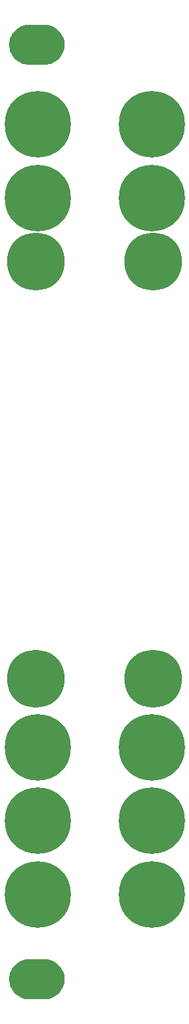
<source format=gbr>
G04 #@! TF.GenerationSoftware,KiCad,Pcbnew,(5.1.5)-2*
G04 #@! TF.CreationDate,2020-03-02T00:08:59+01:00*
G04 #@! TF.ProjectId,Skis - panel,536b6973-202d-4207-9061-6e656c2e6b69,rev?*
G04 #@! TF.SameCoordinates,Original*
G04 #@! TF.FileFunction,Copper,L2,Bot*
G04 #@! TF.FilePolarity,Positive*
%FSLAX46Y46*%
G04 Gerber Fmt 4.6, Leading zero omitted, Abs format (unit mm)*
G04 Created by KiCad (PCBNEW (5.1.5)-2) date 2020-03-02 00:08:59*
%MOMM*%
%LPD*%
G04 APERTURE LIST*
%ADD10C,0.100000*%
%ADD11C,8.600000*%
%ADD12C,7.500000*%
G04 APERTURE END LIST*
G04 #@! TA.AperFunction,WasherPad*
D10*
G36*
X33766245Y-141940519D02*
G01*
X34018635Y-141977957D01*
X34266140Y-142039954D01*
X34506377Y-142125912D01*
X34737032Y-142235004D01*
X34955883Y-142366178D01*
X35160823Y-142518172D01*
X35349878Y-142689521D01*
X35521227Y-142878576D01*
X35673221Y-143083516D01*
X35804395Y-143302367D01*
X35913487Y-143533022D01*
X35999445Y-143773259D01*
X36061442Y-144020764D01*
X36098880Y-144273154D01*
X36111400Y-144527999D01*
X36111400Y-144528001D01*
X36098880Y-144782846D01*
X36061442Y-145035236D01*
X35999445Y-145282741D01*
X35913487Y-145522978D01*
X35804395Y-145753633D01*
X35673221Y-145972484D01*
X35521227Y-146177424D01*
X35349878Y-146366479D01*
X35160823Y-146537828D01*
X34955883Y-146689822D01*
X34737032Y-146820996D01*
X34506377Y-146930088D01*
X34266140Y-147016046D01*
X34018635Y-147078043D01*
X33766245Y-147115481D01*
X33511400Y-147128001D01*
X31511400Y-147128001D01*
X31256555Y-147115481D01*
X31004165Y-147078043D01*
X30756660Y-147016046D01*
X30516423Y-146930088D01*
X30285768Y-146820996D01*
X30066917Y-146689822D01*
X29861977Y-146537828D01*
X29672922Y-146366479D01*
X29501573Y-146177424D01*
X29349579Y-145972484D01*
X29218405Y-145753633D01*
X29109313Y-145522978D01*
X29023355Y-145282741D01*
X28961358Y-145035236D01*
X28923920Y-144782846D01*
X28911400Y-144528001D01*
X28911400Y-144527999D01*
X28923920Y-144273154D01*
X28961358Y-144020764D01*
X29023355Y-143773259D01*
X29109313Y-143533022D01*
X29218405Y-143302367D01*
X29349579Y-143083516D01*
X29501573Y-142878576D01*
X29672922Y-142689521D01*
X29861977Y-142518172D01*
X30066917Y-142366178D01*
X30285768Y-142235004D01*
X30516423Y-142125912D01*
X30756660Y-142039954D01*
X31004165Y-141977957D01*
X31256555Y-141940519D01*
X31511400Y-141927999D01*
X33511400Y-141927999D01*
X33766245Y-141940519D01*
G37*
G04 #@! TD.AperFunction*
G04 #@! TA.AperFunction,WasherPad*
G36*
X33766245Y-20940519D02*
G01*
X34018635Y-20977957D01*
X34266140Y-21039954D01*
X34506377Y-21125912D01*
X34737032Y-21235004D01*
X34955883Y-21366178D01*
X35160823Y-21518172D01*
X35349878Y-21689521D01*
X35521227Y-21878576D01*
X35673221Y-22083516D01*
X35804395Y-22302367D01*
X35913487Y-22533022D01*
X35999445Y-22773259D01*
X36061442Y-23020764D01*
X36098880Y-23273154D01*
X36111400Y-23527999D01*
X36111400Y-23528001D01*
X36098880Y-23782846D01*
X36061442Y-24035236D01*
X35999445Y-24282741D01*
X35913487Y-24522978D01*
X35804395Y-24753633D01*
X35673221Y-24972484D01*
X35521227Y-25177424D01*
X35349878Y-25366479D01*
X35160823Y-25537828D01*
X34955883Y-25689822D01*
X34737032Y-25820996D01*
X34506377Y-25930088D01*
X34266140Y-26016046D01*
X34018635Y-26078043D01*
X33766245Y-26115481D01*
X33511400Y-26128001D01*
X31511400Y-26128001D01*
X31256555Y-26115481D01*
X31004165Y-26078043D01*
X30756660Y-26016046D01*
X30516423Y-25930088D01*
X30285768Y-25820996D01*
X30066917Y-25689822D01*
X29861977Y-25537828D01*
X29672922Y-25366479D01*
X29501573Y-25177424D01*
X29349579Y-24972484D01*
X29218405Y-24753633D01*
X29109313Y-24522978D01*
X29023355Y-24282741D01*
X28961358Y-24035236D01*
X28923920Y-23782846D01*
X28911400Y-23528001D01*
X28911400Y-23527999D01*
X28923920Y-23273154D01*
X28961358Y-23020764D01*
X29023355Y-22773259D01*
X29109313Y-22533022D01*
X29218405Y-22302367D01*
X29349579Y-22083516D01*
X29501573Y-21878576D01*
X29672922Y-21689521D01*
X29861977Y-21518172D01*
X30066917Y-21366178D01*
X30285768Y-21235004D01*
X30516423Y-21125912D01*
X30756660Y-21039954D01*
X31004165Y-20977957D01*
X31256555Y-20940519D01*
X31511400Y-20927999D01*
X33511400Y-20927999D01*
X33766245Y-20940519D01*
G37*
G04 #@! TD.AperFunction*
D11*
X47415500Y-133558000D03*
X32607299Y-133558000D03*
X47415499Y-124033000D03*
X32607299Y-124033000D03*
X47415500Y-114508000D03*
D12*
X47631400Y-105618000D03*
D11*
X32607299Y-114508000D03*
D12*
X32391400Y-105618000D03*
X32391400Y-51643000D03*
X47631400Y-51643000D03*
D11*
X32607299Y-43388000D03*
X47415500Y-43388000D03*
X47415500Y-33863000D03*
X32607299Y-33863000D03*
M02*

</source>
